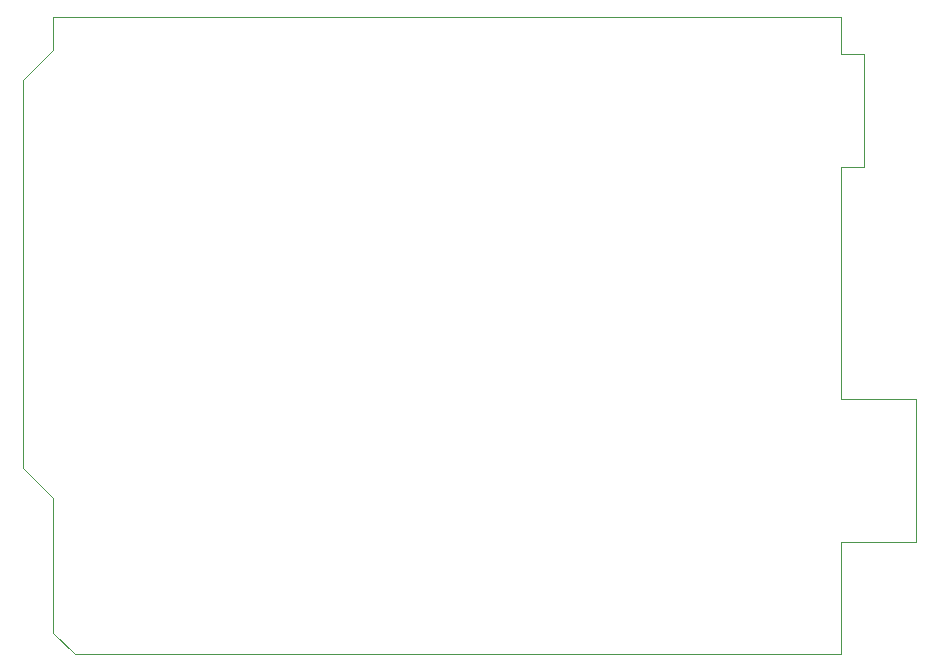
<source format=gbr>
%TF.GenerationSoftware,KiCad,Pcbnew,(6.0.6)*%
%TF.CreationDate,2022-12-23T09:56:40-08:00*%
%TF.ProjectId,AS-MULTI-UNO-01,41532d4d-554c-4544-992d-554e4f2d3031,rev?*%
%TF.SameCoordinates,Original*%
%TF.FileFunction,Profile,NP*%
%FSLAX46Y46*%
G04 Gerber Fmt 4.6, Leading zero omitted, Abs format (unit mm)*
G04 Created by KiCad (PCBNEW (6.0.6)) date 2022-12-23 09:56:40*
%MOMM*%
%LPD*%
G01*
G04 APERTURE LIST*
%TA.AperFunction,Profile*%
%ADD10C,0.100000*%
%TD*%
G04 APERTURE END LIST*
D10*
X152425400Y-96342200D02*
X152425400Y-108458000D01*
X79375000Y-64008000D02*
X79375000Y-63982600D01*
X81178400Y-117983000D02*
X79375000Y-116179600D01*
X148005800Y-76733400D02*
X146075400Y-76733400D01*
X146100800Y-96342200D02*
X152425400Y-96342200D01*
X152425400Y-108458000D02*
X146075400Y-108458000D01*
X146075400Y-117957600D02*
X146075400Y-117983000D01*
X146075400Y-76733400D02*
X146100800Y-96342200D01*
X146075400Y-67132200D02*
X147980400Y-67132200D01*
X79375000Y-66802000D02*
X79375000Y-64008000D01*
X147980400Y-67132200D02*
X148005800Y-76733400D01*
X79375000Y-104749600D02*
X76835000Y-102209600D01*
X79375000Y-116179600D02*
X79375000Y-104749600D01*
X76809600Y-69367400D02*
X79375000Y-66802000D01*
X79375000Y-63982600D02*
X146075400Y-63982600D01*
X146075400Y-67132200D02*
X146075400Y-63982600D01*
X146075400Y-117983000D02*
X81178400Y-117983000D01*
X76835000Y-102209600D02*
X76809600Y-69367400D01*
X146075400Y-108458000D02*
X146075400Y-117957600D01*
M02*

</source>
